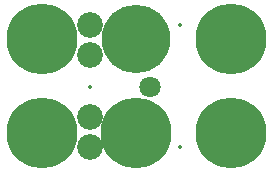
<source format=gtl>
%TF.GenerationSoftware,KiCad,Pcbnew,4.0.5-e0-6337~49~ubuntu16.04.1*%
%TF.CreationDate,2017-04-26T11:52:08-07:00*%
%TF.ProjectId,2x3-Stereo-Headphone-Jack,3278332D53746572656F2D4865616470,1.0*%
%TF.FileFunction,Copper,L1,Top,Signal*%
%FSLAX46Y46*%
G04 Gerber Fmt 4.6, Leading zero omitted, Abs format (unit mm)*
G04 Created by KiCad (PCBNEW 4.0.5-e0-6337~49~ubuntu16.04.1) date Wed Apr 26 11:52:08 2017*
%MOMM*%
%LPD*%
G01*
G04 APERTURE LIST*
%ADD10C,0.350000*%
%ADD11C,6.000000*%
%ADD12C,5.800000*%
%ADD13C,2.184400*%
%ADD14C,1.803400*%
%ADD15C,0.350000*%
G04 APERTURE END LIST*
D10*
D11*
X5994400Y-44094400D03*
X5994400Y-36094400D03*
X21994400Y-36094400D03*
X21994400Y-44094400D03*
D12*
X13994400Y-36094400D03*
D11*
X13994400Y-44094400D03*
D13*
X10057400Y-45237400D03*
X10057400Y-42697400D03*
X10057400Y-37490400D03*
X10057400Y-34950400D03*
D14*
X15137400Y-40157400D03*
D15*
X5994400Y-44094400D03*
X5994400Y-36094400D03*
X21994400Y-36094400D03*
X21994400Y-44094400D03*
X13994400Y-36094400D03*
X13994400Y-44094400D03*
X10057400Y-45237400D03*
X10057400Y-42697400D03*
X10057400Y-40157400D03*
X10057400Y-37490400D03*
X10057400Y-34950400D03*
X15137400Y-40157400D03*
X15137400Y-45237400D03*
X17677400Y-45237400D03*
X15137400Y-34950400D03*
X17677400Y-34950400D03*
M02*

</source>
